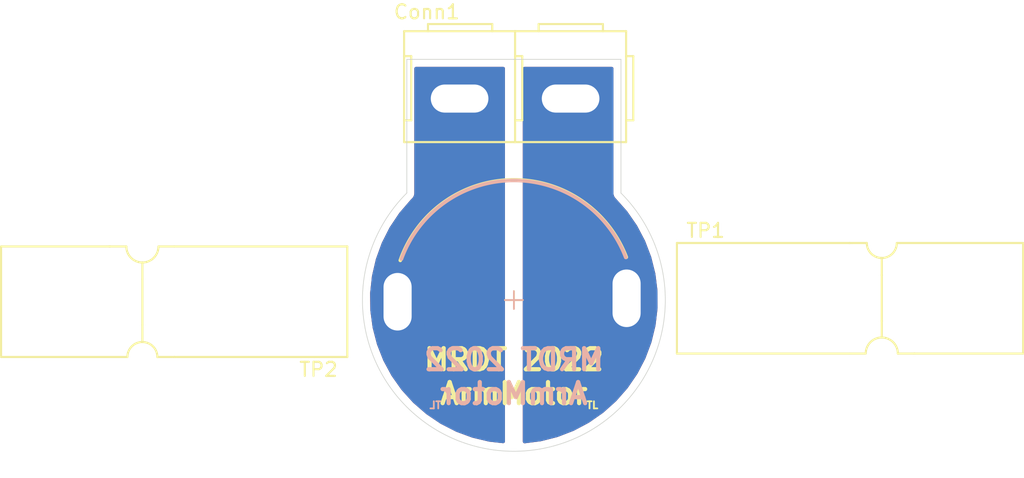
<source format=kicad_pcb>
(kicad_pcb (version 20171130) (host pcbnew "(5.1.9)-1")

  (general
    (thickness 1.6)
    (drawings 34)
    (tracks 0)
    (zones 0)
    (modules 3)
    (nets 3)
  )

  (page A4)
  (layers
    (0 F.Cu signal)
    (31 B.Cu signal)
    (32 B.Adhes user)
    (33 F.Adhes user)
    (34 B.Paste user)
    (35 F.Paste user)
    (36 B.SilkS user)
    (37 F.SilkS user)
    (38 B.Mask user)
    (39 F.Mask user)
    (40 Dwgs.User user hide)
    (41 Cmts.User user)
    (42 Eco1.User user)
    (43 Eco2.User user)
    (44 Edge.Cuts user)
    (45 Margin user)
    (46 B.CrtYd user)
    (47 F.CrtYd user)
    (48 B.Fab user)
    (49 F.Fab user)
  )

  (setup
    (last_trace_width 0.25)
    (trace_clearance 0.2)
    (zone_clearance 0.508)
    (zone_45_only no)
    (trace_min 0.2)
    (via_size 0.8)
    (via_drill 0.4)
    (via_min_size 0.4)
    (via_min_drill 0.3)
    (uvia_size 0.3)
    (uvia_drill 0.1)
    (uvias_allowed no)
    (uvia_min_size 0.2)
    (uvia_min_drill 0.1)
    (edge_width 0.05)
    (segment_width 0.2)
    (pcb_text_width 0.3)
    (pcb_text_size 1.5 1.5)
    (mod_edge_width 0.12)
    (mod_text_size 1 1)
    (mod_text_width 0.15)
    (pad_size 1.524 1.524)
    (pad_drill 0.762)
    (pad_to_mask_clearance 0)
    (aux_axis_origin 0 0)
    (visible_elements 7FFFFFFF)
    (pcbplotparams
      (layerselection 0x010fc_ffffffff)
      (usegerberextensions false)
      (usegerberattributes true)
      (usegerberadvancedattributes true)
      (creategerberjobfile true)
      (excludeedgelayer true)
      (linewidth 0.100000)
      (plotframeref false)
      (viasonmask false)
      (mode 1)
      (useauxorigin false)
      (hpglpennumber 1)
      (hpglpenspeed 20)
      (hpglpendiameter 15.000000)
      (psnegative false)
      (psa4output false)
      (plotreference true)
      (plotvalue true)
      (plotinvisibletext false)
      (padsonsilk false)
      (subtractmaskfromsilk false)
      (outputformat 1)
      (mirror false)
      (drillshape 1)
      (scaleselection 1)
      (outputdirectory ""))
  )

  (net 0 "")
  (net 1 "Net-(Conn1-Pad2)")
  (net 2 "Net-(Conn1-Pad1)")

  (net_class Default "This is the default net class."
    (clearance 0.2)
    (trace_width 0.25)
    (via_dia 0.8)
    (via_drill 0.4)
    (uvia_dia 0.3)
    (uvia_drill 0.1)
    (add_net "Net-(Conn1-Pad1)")
    (add_net "Net-(Conn1-Pad2)")
  )

  (module MRDT_Connectors:Square_Anderson_1_H (layer F.Cu) (tedit 62156951) (tstamp 6229D757)
    (at 129.794 63.5)
    (path /62298021)
    (fp_text reference TP2 (at -5.9 4.95) (layer F.SilkS)
      (effects (font (size 1 1) (thickness 0.15)))
    )
    (fp_text value TestPoint (at -17.2 -4.65) (layer F.Fab)
      (effects (font (size 1 1) (thickness 0.15)))
    )
    (fp_line (start -16.1496 -3.814) (end -3.856 -3.814) (layer F.SilkS) (width 0.15))
    (fp_line (start -18.4356 1.774) (end -18.4356 2.917) (layer F.SilkS) (width 0.15))
    (fp_line (start -18.4356 -2.671) (end -18.4356 -1.5026) (layer F.SilkS) (width 0.15))
    (fp_line (start -16.175 -3.814) (end -17.2672 -3.814) (layer F.SilkS) (width 0.15))
    (fp_line (start -28.4686 -3.814) (end -20.7216 -3.814) (layer F.SilkS) (width 0.15))
    (fp_line (start -3.856 4.06) (end -3.856 -3.814) (layer F.SilkS) (width 0.15))
    (fp_line (start -28.494 -3.814) (end -28.494 4.0346) (layer F.SilkS) (width 0.15))
    (fp_line (start -19.5786 -3.814) (end -20.7978 -3.814) (layer F.SilkS) (width 0.15))
    (fp_line (start -16.1496 4.06) (end -3.856 4.06) (layer F.SilkS) (width 0.15))
    (fp_line (start -18.4356 1.774) (end -18.4356 -1.5026) (layer F.SilkS) (width 0.15))
    (fp_line (start -28.494 4.06) (end -19.5024 4.06) (layer F.SilkS) (width 0.15))
    (fp_line (start -17.3688 4.06) (end -16.1496 4.06) (layer F.SilkS) (width 0.15))
    (fp_arc (start -18.4356 4.06) (end -19.5024 4.0092) (angle 90) (layer F.SilkS) (width 0.15))
    (fp_arc (start -18.4356 -3.814) (end -17.2926 -3.814) (angle 90) (layer F.SilkS) (width 0.15))
    (fp_arc (start -18.4356 4.06) (end -18.4356 2.9932) (angle 90) (layer F.SilkS) (width 0.15))
    (fp_arc (start -18.4356 -3.814) (end -18.4356 -2.671) (angle 90) (layer F.SilkS) (width 0.15))
    (pad 1 thru_hole oval (at -0.2746 0.123) (size 3 5.1) (drill oval 2 4.1) (layers *.Cu *.Mask F.Paste)
      (net 1 "Net-(Conn1-Pad2)"))
  )

  (module MRDT_Connectors:Square_Anderson_1_H (layer F.Cu) (tedit 62156951) (tstamp 6229D742)
    (at 145.542 63.5 180)
    (path /6229791C)
    (fp_text reference TP1 (at -5.9 4.95) (layer F.SilkS)
      (effects (font (size 1 1) (thickness 0.15)))
    )
    (fp_text value TestPoint (at -17.2 -4.65) (layer F.Fab)
      (effects (font (size 1 1) (thickness 0.15)))
    )
    (fp_line (start -16.1496 -3.814) (end -3.856 -3.814) (layer F.SilkS) (width 0.15))
    (fp_line (start -18.4356 1.774) (end -18.4356 2.917) (layer F.SilkS) (width 0.15))
    (fp_line (start -18.4356 -2.671) (end -18.4356 -1.5026) (layer F.SilkS) (width 0.15))
    (fp_line (start -16.175 -3.814) (end -17.2672 -3.814) (layer F.SilkS) (width 0.15))
    (fp_line (start -28.4686 -3.814) (end -20.7216 -3.814) (layer F.SilkS) (width 0.15))
    (fp_line (start -3.856 4.06) (end -3.856 -3.814) (layer F.SilkS) (width 0.15))
    (fp_line (start -28.494 -3.814) (end -28.494 4.0346) (layer F.SilkS) (width 0.15))
    (fp_line (start -19.5786 -3.814) (end -20.7978 -3.814) (layer F.SilkS) (width 0.15))
    (fp_line (start -16.1496 4.06) (end -3.856 4.06) (layer F.SilkS) (width 0.15))
    (fp_line (start -18.4356 1.774) (end -18.4356 -1.5026) (layer F.SilkS) (width 0.15))
    (fp_line (start -28.494 4.06) (end -19.5024 4.06) (layer F.SilkS) (width 0.15))
    (fp_line (start -17.3688 4.06) (end -16.1496 4.06) (layer F.SilkS) (width 0.15))
    (fp_arc (start -18.4356 4.06) (end -19.5024 4.0092) (angle 90) (layer F.SilkS) (width 0.15))
    (fp_arc (start -18.4356 -3.814) (end -17.2926 -3.814) (angle 90) (layer F.SilkS) (width 0.15))
    (fp_arc (start -18.4356 4.06) (end -18.4356 2.9932) (angle 90) (layer F.SilkS) (width 0.15))
    (fp_arc (start -18.4356 -3.814) (end -18.4356 -2.671) (angle 90) (layer F.SilkS) (width 0.15))
    (pad 1 thru_hole oval (at -0.2746 0.123 180) (size 3 5.1) (drill oval 2 4.1) (layers *.Cu *.Mask F.Paste)
      (net 2 "Net-(Conn1-Pad1)"))
  )

  (module MRDT_Connectors:Square_Anderson_2_V_Side_By_Side (layer F.Cu) (tedit 62156FC0) (tstamp 6229D72D)
    (at 137.795 49.276 180)
    (path /622984C1)
    (fp_text reference Conn1 (at 6.2 6.3) (layer F.SilkS)
      (effects (font (size 1 1) (thickness 0.15)))
    )
    (fp_text value AndersonPP (at -0.05 -4.1) (layer F.Fab)
      (effects (font (size 1 1) (thickness 0.15)))
    )
    (fp_line (start -0.087 4.926) (end -0.087 -2.974) (layer F.SilkS) (width 0.15))
    (fp_line (start -1.764 5.434) (end -1.764 4.926) (layer F.SilkS) (width 0.15))
    (fp_line (start -0.087 -2.974) (end -7.987 -2.974) (layer F.SilkS) (width 0.15))
    (fp_line (start 7.813 -1.424) (end 7.305 -1.424) (layer F.SilkS) (width 0.15))
    (fp_line (start 1.541 5.434) (end 6.113 5.434) (layer F.SilkS) (width 0.15))
    (fp_line (start -7.987 4.926) (end -7.987 -2.974) (layer F.SilkS) (width 0.15))
    (fp_line (start -0.5956 -1.424) (end -0.5956 3.148) (layer F.SilkS) (width 0.15))
    (fp_line (start 7.813 -2.974) (end -0.087 -2.974) (layer F.SilkS) (width 0.15))
    (fp_line (start -0.0876 -1.424) (end -0.5956 -1.424) (layer F.SilkS) (width 0.15))
    (fp_line (start -6.336 4.926) (end -6.336 5.434) (layer F.SilkS) (width 0.15))
    (fp_line (start 7.305 3.148) (end 7.813 3.148) (layer F.SilkS) (width 0.15))
    (fp_line (start -8.495 3.148) (end -7.987 3.148) (layer F.SilkS) (width 0.15))
    (fp_line (start -6.336 5.434) (end -1.764 5.434) (layer F.SilkS) (width 0.15))
    (fp_line (start 6.113 5.434) (end 6.113 4.926) (layer F.SilkS) (width 0.15))
    (fp_line (start -0.5956 3.148) (end -0.0876 3.148) (layer F.SilkS) (width 0.15))
    (fp_line (start -8.495 -1.424) (end -8.495 3.148) (layer F.SilkS) (width 0.15))
    (fp_line (start 1.541 4.926) (end 1.541 5.434) (layer F.SilkS) (width 0.15))
    (fp_line (start -0.087 4.926) (end -7.987 4.926) (layer F.SilkS) (width 0.15))
    (fp_line (start -7.987 -1.424) (end -8.495 -1.424) (layer F.SilkS) (width 0.15))
    (fp_line (start 7.813 4.926) (end 7.813 -2.974) (layer F.SilkS) (width 0.15))
    (fp_line (start 7.813 4.926) (end -0.087 4.926) (layer F.SilkS) (width 0.15))
    (fp_line (start 7.305 -1.424) (end 7.305 3.148) (layer F.SilkS) (width 0.15))
    (pad 2 thru_hole oval (at 3.863 0.126 90) (size 3 5.1) (drill oval 2 4.1) (layers *.Cu *.Mask)
      (net 1 "Net-(Conn1-Pad2)"))
    (pad 1 thru_hole oval (at -4.037 0.126 90) (size 3 5.1) (drill oval 2 4.1) (layers *.Cu *.Mask)
      (net 2 "Net-(Conn1-Pad1)"))
  )

  (gr_line (start 137.795 63.5) (end 137.795 64.135) (layer B.SilkS) (width 0.12) (tstamp 622AB614))
  (gr_line (start 137.795 63.5) (end 137.795 62.865) (layer B.SilkS) (width 0.12) (tstamp 622AB613))
  (gr_line (start 137.795 63.5) (end 137.16 63.5) (layer B.SilkS) (width 0.12) (tstamp 622AB612))
  (gr_line (start 138.43 63.5) (end 137.795 63.5) (layer B.SilkS) (width 0.12) (tstamp 622AB611))
  (gr_line (start 137.795 63.5) (end 138.43 63.5) (layer B.SilkS) (width 0.12) (tstamp 622AB610))
  (gr_line (start 137.16 63.5) (end 137.668 63.5) (layer B.SilkS) (width 0.12) (tstamp 622AB60F))
  (gr_line (start 137.795 64.135) (end 137.795 63.5) (layer B.SilkS) (width 0.12) (tstamp 622AB60E))
  (gr_line (start 137.795 63.5) (end 137.795 64.135) (layer F.SilkS) (width 0.12))
  (gr_line (start 137.16 63.5) (end 137.668 63.5) (layer F.SilkS) (width 0.12))
  (gr_line (start 137.795 63.5) (end 137.16 63.5) (layer F.SilkS) (width 0.12))
  (gr_line (start 137.795 62.865) (end 137.795 63.5) (layer F.SilkS) (width 0.12) (tstamp 622AB60C))
  (gr_line (start 137.795 63.5) (end 137.795 62.865) (layer F.SilkS) (width 0.12))
  (gr_line (start 138.43 63.5) (end 137.795 63.5) (layer F.SilkS) (width 0.12) (tstamp 622AB60B))
  (gr_line (start 137.795 63.5) (end 138.43 63.5) (layer F.SilkS) (width 0.12))
  (gr_arc (start 137.795 63.5) (end 129.794001 60.579001) (angle 139.0894489) (layer B.SilkS) (width 0.254) (tstamp 622AB559))
  (gr_arc (start 137.795 63.5) (end 145.795999 60.452) (angle -139.9016319) (layer F.SilkS) (width 0.254))
  (gr_text "MRDT 2022\nArmMotor" (at 137.795 68.961) (layer B.SilkS) (tstamp 622A3E12)
    (effects (font (size 1.5 1.5) (thickness 0.3)) (justify mirror))
  )
  (gr_text TL (at 132.207 70.993) (layer B.SilkS) (tstamp 622A3E11)
    (effects (font (size 0.508 0.508) (thickness 0.127)) (justify mirror))
  )
  (gr_text TL (at 143.383 70.993) (layer F.SilkS)
    (effects (font (size 0.508 0.508) (thickness 0.127)))
  )
  (gr_text "MRDT 2022\nArmMotor" (at 137.795 68.961) (layer F.SilkS)
    (effects (font (size 1.5 1.5) (thickness 0.3)))
  )
  (gr_arc (start 137.795 63.5) (end 130.175001 55.880001) (angle -270) (layer Edge.Cuts) (width 0.05))
  (gr_line (start 145.415 46.355) (end 145.414999 55.880001) (layer Edge.Cuts) (width 0.05))
  (gr_line (start 130.175 46.355) (end 130.175001 55.880001) (layer Edge.Cuts) (width 0.05))
  (gr_line (start 137.795 46.355) (end 130.175 46.355) (layer Edge.Cuts) (width 0.05))
  (gr_line (start 137.795 46.355) (end 145.415 46.355) (layer Edge.Cuts) (width 0.05))
  (gr_line (start 137.795 63.5) (end 137.795 43.815) (layer Dwgs.User) (width 0.15))
  (dimension 8.89 (width 0.15) (layer Dwgs.User)
    (gr_text "0.3500 in" (at 133.35 62.2) (layer Dwgs.User)
      (effects (font (size 1 1) (thickness 0.15)))
    )
    (feature1 (pts (xy 128.905 63.5) (xy 128.905 62.913579)))
    (feature2 (pts (xy 137.795 63.5) (xy 137.795 62.913579)))
    (crossbar (pts (xy 137.795 63.5) (xy 128.905 63.5)))
    (arrow1a (pts (xy 128.905 63.5) (xy 130.031504 62.913579)))
    (arrow1b (pts (xy 128.905 63.5) (xy 130.031504 64.086421)))
    (arrow2a (pts (xy 137.795 63.5) (xy 136.668496 62.913579)))
    (arrow2b (pts (xy 137.795 63.5) (xy 136.668496 64.086421)))
  )
  (dimension 8.89 (width 0.15) (layer Dwgs.User)
    (gr_text "0.3500 in" (at 142.24 64.8) (layer Dwgs.User)
      (effects (font (size 1 1) (thickness 0.15)))
    )
    (feature1 (pts (xy 146.685 63.5) (xy 146.685 64.086421)))
    (feature2 (pts (xy 137.795 63.5) (xy 137.795 64.086421)))
    (crossbar (pts (xy 137.795 63.5) (xy 146.685 63.5)))
    (arrow1a (pts (xy 146.685 63.5) (xy 145.558496 64.086421)))
    (arrow1b (pts (xy 146.685 63.5) (xy 145.558496 62.913579)))
    (arrow2a (pts (xy 137.795 63.5) (xy 138.921504 64.086421)))
    (arrow2b (pts (xy 137.795 63.5) (xy 138.921504 62.913579)))
  )
  (gr_circle (center 137.795 63.5) (end 148.59 63.5) (layer Dwgs.User) (width 0.15) (tstamp 6229D79D))
  (gr_line (start 137.795 60.96) (end 137.795 65.405) (layer Dwgs.User) (width 0.15))
  (gr_line (start 137.795 63.5) (end 137.795 60.96) (layer Dwgs.User) (width 0.15))
  (gr_line (start 148.59 63.5) (end 137.795 63.5) (layer Dwgs.User) (width 0.15))
  (gr_line (start 127 63.5) (end 148.59 63.5) (layer Dwgs.User) (width 0.15))
  (dimension 21.59 (width 0.15) (layer Dwgs.User)
    (gr_text "0.8500 in" (at 137.795 39.975) (layer Dwgs.User)
      (effects (font (size 1 1) (thickness 0.15)))
    )
    (feature1 (pts (xy 148.59 63.5) (xy 148.59 40.688579)))
    (feature2 (pts (xy 127 63.5) (xy 127 40.688579)))
    (crossbar (pts (xy 127 41.275) (xy 148.59 41.275)))
    (arrow1a (pts (xy 148.59 41.275) (xy 147.463496 41.861421)))
    (arrow1b (pts (xy 148.59 41.275) (xy 147.463496 40.688579)))
    (arrow2a (pts (xy 127 41.275) (xy 128.126504 41.861421)))
    (arrow2b (pts (xy 127 41.275) (xy 128.126504 40.688579)))
  )

  (zone (net 2) (net_name "Net-(Conn1-Pad1)") (layer F.Cu) (tstamp 0) (hatch edge 0.508)
    (connect_pads yes (clearance 0.508))
    (min_thickness 0.254)
    (fill yes (arc_segments 32) (thermal_gap 0.508) (thermal_bridge_width 0.508) (smoothing fillet))
    (polygon
      (pts
        (xy 152.4 76.2) (xy 138.43 76.2) (xy 138.43 43.815) (xy 152.4 43.815)
      )
    )
    (filled_polygon
      (pts
        (xy 144.754999 55.912419) (xy 144.764549 56.009383) (xy 144.802289 56.133793) (xy 144.863574 56.24845) (xy 144.946051 56.348948)
        (xy 144.955805 56.356953) (xy 145.75493 57.258612) (xy 146.447101 58.260101) (xy 147.013944 59.337491) (xy 147.447244 60.47517)
        (xy 147.740729 61.656667) (xy 147.890147 62.864864) (xy 147.893335 64.08227) (xy 147.750245 65.291226) (xy 147.46295 66.474248)
        (xy 147.035607 67.614191) (xy 146.474419 68.694526) (xy 145.787501 69.699623) (xy 144.984812 70.614915) (xy 144.077981 71.42714)
        (xy 143.080127 72.124548) (xy 142.005726 72.69702) (xy 140.870319 73.136276) (xy 139.690386 73.435941) (xy 138.557 73.582136)
        (xy 138.557 47.015) (xy 144.755001 47.015)
      )
    )
  )
  (zone (net 2) (net_name "Net-(Conn1-Pad1)") (layer B.Cu) (tstamp 6229DAD0) (hatch edge 0.508)
    (connect_pads yes (clearance 0.508))
    (min_thickness 0.254)
    (fill yes (arc_segments 32) (thermal_gap 0.508) (thermal_bridge_width 0.508) (smoothing fillet))
    (polygon
      (pts
        (xy 152.4 76.2) (xy 138.43 76.2) (xy 138.43 43.815) (xy 152.4 43.815)
      )
    )
    (filled_polygon
      (pts
        (xy 144.754999 55.912419) (xy 144.764549 56.009383) (xy 144.802289 56.133793) (xy 144.863574 56.24845) (xy 144.946051 56.348948)
        (xy 144.955805 56.356953) (xy 145.75493 57.258612) (xy 146.447101 58.260101) (xy 147.013944 59.337491) (xy 147.447244 60.47517)
        (xy 147.740729 61.656667) (xy 147.890147 62.864864) (xy 147.893335 64.08227) (xy 147.750245 65.291226) (xy 147.46295 66.474248)
        (xy 147.035607 67.614191) (xy 146.474419 68.694526) (xy 145.787501 69.699623) (xy 144.984812 70.614915) (xy 144.077981 71.42714)
        (xy 143.080127 72.124548) (xy 142.005726 72.69702) (xy 140.870319 73.136276) (xy 139.690386 73.435941) (xy 138.557 73.582136)
        (xy 138.557 47.015) (xy 144.755001 47.015)
      )
    )
  )
  (zone (net 1) (net_name "Net-(Conn1-Pad2)") (layer B.Cu) (tstamp 6229DAD7) (hatch edge 0.508)
    (connect_pads yes (clearance 0.508))
    (min_thickness 0.254)
    (fill yes (arc_segments 32) (thermal_gap 0.508) (thermal_bridge_width 0.508) (smoothing fillet))
    (polygon
      (pts
        (xy 123.19 76.2) (xy 137.16 76.2) (xy 137.16 43.815) (xy 123.19 43.815)
      )
    )
    (filled_polygon
      (pts
        (xy 137.033 73.574948) (xy 136.055918 73.464487) (xy 134.871415 73.183391) (xy 133.729258 72.762027) (xy 132.645991 72.206498)
        (xy 131.637314 71.524855) (xy 130.717833 70.72697) (xy 129.900863 69.824397) (xy 129.198245 68.830217) (xy 128.620154 67.758826)
        (xy 128.174961 66.625743) (xy 127.86912 65.447384) (xy 127.707056 64.240807) (xy 127.691121 63.02352) (xy 127.821545 61.81311)
        (xy 128.096436 60.627153) (xy 128.511813 59.482807) (xy 129.06166 58.396651) (xy 129.738017 57.384412) (xy 130.542356 56.447628)
        (xy 130.620782 56.367961) (xy 130.643949 56.348948) (xy 130.726426 56.24845) (xy 130.787711 56.133793) (xy 130.825451 56.009383)
        (xy 130.835001 55.912419) (xy 130.834999 47.015) (xy 137.033 47.015)
      )
    )
  )
  (zone (net 1) (net_name "Net-(Conn1-Pad2)") (layer F.Cu) (tstamp 6229DAD6) (hatch edge 0.508)
    (connect_pads yes (clearance 0.508))
    (min_thickness 0.254)
    (fill yes (arc_segments 32) (thermal_gap 0.508) (thermal_bridge_width 0.508) (smoothing fillet))
    (polygon
      (pts
        (xy 123.19 76.2) (xy 137.16 76.2) (xy 137.16 43.815) (xy 123.19 43.815)
      )
    )
    (filled_polygon
      (pts
        (xy 137.033 73.574948) (xy 136.055918 73.464487) (xy 134.871415 73.183391) (xy 133.729258 72.762027) (xy 132.645991 72.206498)
        (xy 131.637314 71.524855) (xy 130.717833 70.72697) (xy 129.900863 69.824397) (xy 129.198245 68.830217) (xy 128.620154 67.758826)
        (xy 128.174961 66.625743) (xy 127.86912 65.447384) (xy 127.707056 64.240807) (xy 127.691121 63.02352) (xy 127.821545 61.81311)
        (xy 128.096436 60.627153) (xy 128.511813 59.482807) (xy 129.06166 58.396651) (xy 129.738017 57.384412) (xy 130.542356 56.447628)
        (xy 130.620782 56.367961) (xy 130.643949 56.348948) (xy 130.726426 56.24845) (xy 130.787711 56.133793) (xy 130.825451 56.009383)
        (xy 130.835001 55.912419) (xy 130.834999 47.015) (xy 137.033 47.015)
      )
    )
  )
)

</source>
